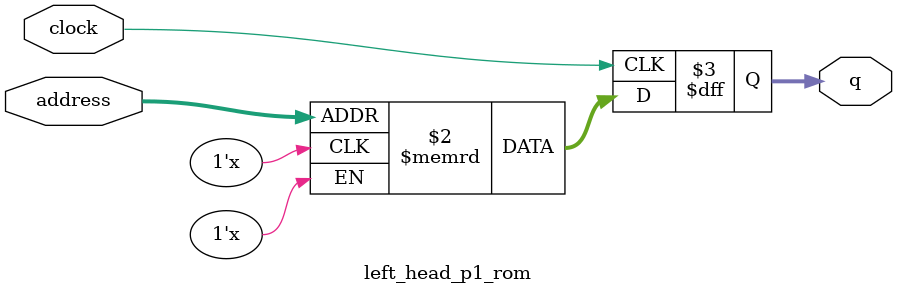
<source format=sv>
module left_head_p1_rom (
	input logic clock,
	input logic [9:0] address,
	output logic [3:0] q
);

logic [3:0] memory [0:575] /* synthesis ram_init_file = "./left_head_p1/left_head_p1.mif" */;

always_ff @ (posedge clock) begin
	q <= memory[address];
end

endmodule

</source>
